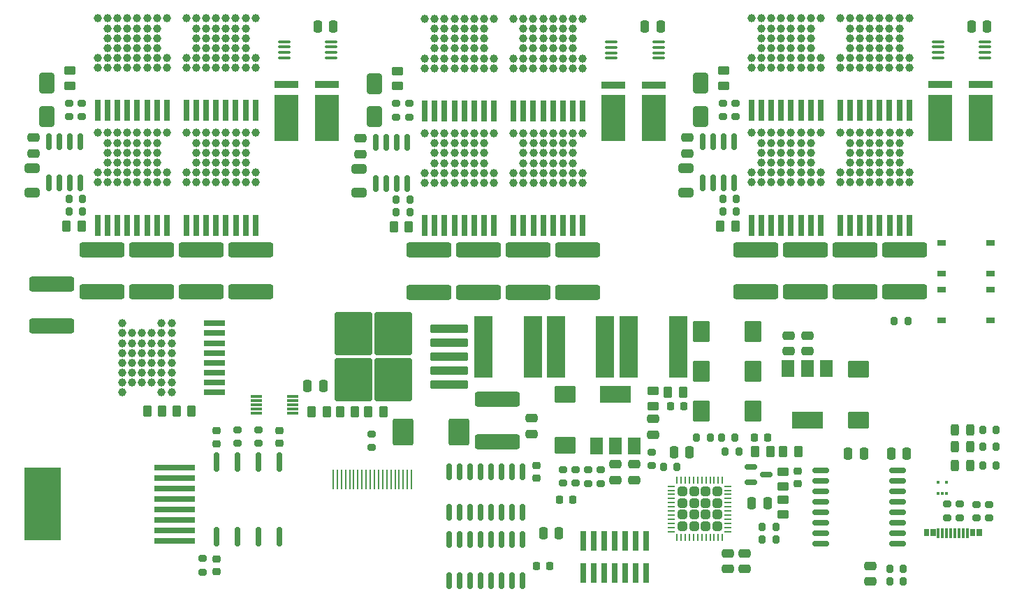
<source format=gbr>
%TF.GenerationSoftware,KiCad,Pcbnew,7.0.1*%
%TF.CreationDate,2023-07-16T00:00:57-05:00*%
%TF.ProjectId,Knockoff Inverter,4b6e6f63-6b6f-4666-9620-496e76657274,rev?*%
%TF.SameCoordinates,Original*%
%TF.FileFunction,Paste,Top*%
%TF.FilePolarity,Positive*%
%FSLAX46Y46*%
G04 Gerber Fmt 4.6, Leading zero omitted, Abs format (unit mm)*
G04 Created by KiCad (PCBNEW 7.0.1) date 2023-07-16 00:00:57*
%MOMM*%
%LPD*%
G01*
G04 APERTURE LIST*
G04 Aperture macros list*
%AMRoundRect*
0 Rectangle with rounded corners*
0 $1 Rounding radius*
0 $2 $3 $4 $5 $6 $7 $8 $9 X,Y pos of 4 corners*
0 Add a 4 corners polygon primitive as box body*
4,1,4,$2,$3,$4,$5,$6,$7,$8,$9,$2,$3,0*
0 Add four circle primitives for the rounded corners*
1,1,$1+$1,$2,$3*
1,1,$1+$1,$4,$5*
1,1,$1+$1,$6,$7*
1,1,$1+$1,$8,$9*
0 Add four rect primitives between the rounded corners*
20,1,$1+$1,$2,$3,$4,$5,0*
20,1,$1+$1,$4,$5,$6,$7,0*
20,1,$1+$1,$6,$7,$8,$9,0*
20,1,$1+$1,$8,$9,$2,$3,0*%
G04 Aperture macros list end*
%ADD10RoundRect,0.250000X-0.475000X0.250000X-0.475000X-0.250000X0.475000X-0.250000X0.475000X0.250000X0*%
%ADD11RoundRect,0.250000X0.262500X0.450000X-0.262500X0.450000X-0.262500X-0.450000X0.262500X-0.450000X0*%
%ADD12C,1.000000*%
%ADD13R,2.600000X0.700000*%
%ADD14RoundRect,0.250000X-0.262500X-0.450000X0.262500X-0.450000X0.262500X0.450000X-0.262500X0.450000X0*%
%ADD15R,1.400000X0.300000*%
%ADD16RoundRect,0.250000X-2.450000X0.650000X-2.450000X-0.650000X2.450000X-0.650000X2.450000X0.650000X0*%
%ADD17RoundRect,0.250000X-0.250000X-0.475000X0.250000X-0.475000X0.250000X0.475000X-0.250000X0.475000X0*%
%ADD18R,0.300000X0.450000*%
%ADD19RoundRect,0.100000X-0.637500X-0.100000X0.637500X-0.100000X0.637500X0.100000X-0.637500X0.100000X0*%
%ADD20RoundRect,0.150000X0.150000X-0.825000X0.150000X0.825000X-0.150000X0.825000X-0.150000X-0.825000X0*%
%ADD21R,1.500000X2.000000*%
%ADD22R,3.800000X2.000000*%
%ADD23RoundRect,0.250000X2.050000X0.300000X-2.050000X0.300000X-2.050000X-0.300000X2.050000X-0.300000X0*%
%ADD24RoundRect,0.250000X2.025000X2.375000X-2.025000X2.375000X-2.025000X-2.375000X2.025000X-2.375000X0*%
%ADD25RoundRect,0.150000X0.875000X0.150000X-0.875000X0.150000X-0.875000X-0.150000X0.875000X-0.150000X0*%
%ADD26RoundRect,0.150000X-0.150000X0.825000X-0.150000X-0.825000X0.150000X-0.825000X0.150000X0.825000X0*%
%ADD27RoundRect,0.162500X0.162500X-1.012500X0.162500X1.012500X-0.162500X1.012500X-0.162500X-1.012500X0*%
%ADD28RoundRect,0.250000X0.315000X0.315000X-0.315000X0.315000X-0.315000X-0.315000X0.315000X-0.315000X0*%
%ADD29RoundRect,0.062500X0.375000X0.062500X-0.375000X0.062500X-0.375000X-0.062500X0.375000X-0.062500X0*%
%ADD30RoundRect,0.062500X0.062500X0.375000X-0.062500X0.375000X-0.062500X-0.375000X0.062500X-0.375000X0*%
%ADD31RoundRect,0.150000X-0.587500X-0.150000X0.587500X-0.150000X0.587500X0.150000X-0.587500X0.150000X0*%
%ADD32R,1.000000X0.750000*%
%ADD33R,2.900000X5.600000*%
%ADD34R,2.900000X0.900000*%
%ADD35RoundRect,0.250000X0.450000X-0.262500X0.450000X0.262500X-0.450000X0.262500X-0.450000X-0.262500X0*%
%ADD36RoundRect,0.200000X-0.200000X-0.275000X0.200000X-0.275000X0.200000X0.275000X-0.200000X0.275000X0*%
%ADD37RoundRect,0.200000X0.275000X-0.200000X0.275000X0.200000X-0.275000X0.200000X-0.275000X-0.200000X0*%
%ADD38RoundRect,0.200000X-0.275000X0.200000X-0.275000X-0.200000X0.275000X-0.200000X0.275000X0.200000X0*%
%ADD39RoundRect,0.200000X0.200000X0.275000X-0.200000X0.275000X-0.200000X-0.275000X0.200000X-0.275000X0*%
%ADD40R,0.700000X2.600000*%
%ADD41R,2.200000X7.500000*%
%ADD42R,0.740000X2.400000*%
%ADD43R,5.000000X0.760000*%
%ADD44R,4.500000X8.800000*%
%ADD45R,0.300000X0.943000*%
%ADD46R,0.300000X1.150000*%
%ADD47R,0.280000X2.400000*%
%ADD48RoundRect,0.218750X-0.218750X-0.256250X0.218750X-0.256250X0.218750X0.256250X-0.218750X0.256250X0*%
%ADD49RoundRect,0.250000X0.650000X-1.000000X0.650000X1.000000X-0.650000X1.000000X-0.650000X-1.000000X0*%
%ADD50RoundRect,0.250000X-1.000000X1.400000X-1.000000X-1.400000X1.000000X-1.400000X1.000000X1.400000X0*%
%ADD51RoundRect,0.243750X-0.243750X-0.456250X0.243750X-0.456250X0.243750X0.456250X-0.243750X0.456250X0*%
%ADD52RoundRect,0.225000X0.250000X-0.225000X0.250000X0.225000X-0.250000X0.225000X-0.250000X-0.225000X0*%
%ADD53RoundRect,0.225000X-0.250000X0.225000X-0.250000X-0.225000X0.250000X-0.225000X0.250000X0.225000X0*%
%ADD54RoundRect,0.250000X0.250000X0.475000X-0.250000X0.475000X-0.250000X-0.475000X0.250000X-0.475000X0*%
%ADD55RoundRect,0.225000X-0.225000X-0.250000X0.225000X-0.250000X0.225000X0.250000X-0.225000X0.250000X0*%
%ADD56RoundRect,0.250000X0.475000X-0.250000X0.475000X0.250000X-0.475000X0.250000X-0.475000X-0.250000X0*%
%ADD57RoundRect,0.250000X-0.650000X0.325000X-0.650000X-0.325000X0.650000X-0.325000X0.650000X0.325000X0*%
%ADD58RoundRect,0.225000X0.225000X0.250000X-0.225000X0.250000X-0.225000X-0.250000X0.225000X-0.250000X0*%
%ADD59RoundRect,0.250000X-1.025000X0.787500X-1.025000X-0.787500X1.025000X-0.787500X1.025000X0.787500X0*%
%ADD60RoundRect,0.250000X1.025000X-0.787500X1.025000X0.787500X-1.025000X0.787500X-1.025000X-0.787500X0*%
%ADD61RoundRect,0.250000X-0.787500X-1.025000X0.787500X-1.025000X0.787500X1.025000X-0.787500X1.025000X0*%
%ADD62RoundRect,0.250000X2.450000X-0.650000X2.450000X0.650000X-2.450000X0.650000X-2.450000X-0.650000X0*%
G04 APERTURE END LIST*
D10*
%TO.C,C3*%
X171602400Y-90606800D03*
X171602400Y-92506800D03*
%TD*%
D11*
%TO.C,R54*%
X112061000Y-89662000D03*
X110236000Y-89662000D03*
%TD*%
D12*
%TO.C,Q7*%
X107192000Y-81420000D03*
D13*
X118372000Y-86220000D03*
D12*
X110792000Y-85020000D03*
X107192000Y-82620000D03*
X107192000Y-86220000D03*
X108392000Y-82620000D03*
X111992000Y-82620000D03*
X111992000Y-79020000D03*
X110792000Y-82620000D03*
X113192000Y-81420000D03*
D13*
X118372000Y-81420000D03*
D12*
X110792000Y-86220000D03*
X113192000Y-82620000D03*
X111992000Y-87420000D03*
X109592000Y-81420000D03*
X109592000Y-82620000D03*
X109592000Y-83820000D03*
X108392000Y-83820000D03*
X113192000Y-86220000D03*
X109592000Y-85020000D03*
X109592000Y-80220000D03*
X113192000Y-87420000D03*
X111992000Y-83820000D03*
X113192000Y-79020000D03*
D13*
X118372000Y-79020000D03*
D12*
X111992000Y-80220000D03*
X109592000Y-86220000D03*
X107192000Y-79020000D03*
X113192000Y-80220000D03*
D13*
X118372000Y-80220000D03*
D12*
X108392000Y-85020000D03*
X110792000Y-81420000D03*
X108392000Y-81420000D03*
X107192000Y-85020000D03*
X108392000Y-80220000D03*
D13*
X118372000Y-85020000D03*
X118372000Y-83820000D03*
D12*
X110792000Y-80220000D03*
X113192000Y-83820000D03*
X110792000Y-83820000D03*
D13*
X118372000Y-82620000D03*
D12*
X111992000Y-81420000D03*
D13*
X118372000Y-87420000D03*
D12*
X107192000Y-87420000D03*
X108392000Y-86220000D03*
X107192000Y-83820000D03*
X111992000Y-86220000D03*
X113192000Y-85020000D03*
X107192000Y-80220000D03*
X111992000Y-85020000D03*
%TD*%
D14*
%TO.C,R38*%
X130175000Y-89789000D03*
X132000000Y-89789000D03*
%TD*%
%TO.C,R39*%
X133604000Y-89789000D03*
X135429000Y-89789000D03*
%TD*%
%TO.C,R40*%
X137033000Y-89789000D03*
X138858000Y-89789000D03*
%TD*%
%TO.C,R41*%
X113792000Y-89662000D03*
X115617000Y-89662000D03*
%TD*%
D15*
%TO.C,U17*%
X127844000Y-89916000D03*
X127844000Y-89416000D03*
X127844000Y-88916000D03*
X127844000Y-88416000D03*
X127844000Y-87916000D03*
X123444000Y-87916000D03*
X123444000Y-88416000D03*
X123444000Y-88916000D03*
X123444000Y-89416000D03*
X123444000Y-89916000D03*
%TD*%
D16*
%TO.C,C25*%
X98679000Y-74275000D03*
X98679000Y-79375000D03*
%TD*%
D17*
%TO.C,C57*%
X129672000Y-86614000D03*
X131572000Y-86614000D03*
%TD*%
D18*
%TO.C,U16*%
X206129000Y-99695000D03*
X206629000Y-99695000D03*
X207129000Y-99695000D03*
X207129000Y-98295000D03*
X206129000Y-98295000D03*
%TD*%
D19*
%TO.C,U15*%
X206096950Y-44851800D03*
X206096950Y-45501800D03*
X206096950Y-46151800D03*
X206096950Y-46801800D03*
X211821950Y-46801800D03*
X211821950Y-46151800D03*
X211821950Y-45501800D03*
X211821950Y-44851800D03*
%TD*%
D20*
%TO.C,U14*%
X177565050Y-61976000D03*
X178835050Y-61976000D03*
X180105050Y-61976000D03*
X181375050Y-61976000D03*
X181375050Y-57026000D03*
X180105050Y-57026000D03*
X178835050Y-57026000D03*
X177565050Y-57026000D03*
%TD*%
D19*
%TO.C,U13*%
X166511050Y-44902600D03*
X166511050Y-45552600D03*
X166511050Y-46202600D03*
X166511050Y-46852600D03*
X172236050Y-46852600D03*
X172236050Y-46202600D03*
X172236050Y-45552600D03*
X172236050Y-44902600D03*
%TD*%
D20*
%TO.C,U12*%
X137979150Y-62026801D03*
X139249150Y-62026801D03*
X140519150Y-62026801D03*
X141789150Y-62026801D03*
X141789150Y-57076801D03*
X140519150Y-57076801D03*
X139249150Y-57076801D03*
X137979150Y-57076801D03*
%TD*%
D21*
%TO.C,U11*%
X192546000Y-84505000D03*
D22*
X190246000Y-90805000D03*
D21*
X190246000Y-84505000D03*
X187946000Y-84505000D03*
%TD*%
D23*
%TO.C,U10*%
X146806000Y-86477000D03*
X146806000Y-84777000D03*
X146806000Y-83077000D03*
X146806000Y-81377000D03*
X146806000Y-79677000D03*
D24*
X135231000Y-80302000D03*
X140081000Y-85852000D03*
X135231000Y-85852000D03*
X140081000Y-80302000D03*
%TD*%
D21*
%TO.C,U9*%
X164705000Y-93930000D03*
D22*
X167005000Y-87630000D03*
D21*
X167005000Y-93930000D03*
X169305000Y-93930000D03*
%TD*%
D19*
%TO.C,U8*%
X126848950Y-44851800D03*
X126848950Y-45501800D03*
X126848950Y-46151800D03*
X126848950Y-46801800D03*
X132573950Y-46801800D03*
X132573950Y-46151800D03*
X132573950Y-45501800D03*
X132573950Y-44851800D03*
%TD*%
D25*
%TO.C,U7*%
X201168000Y-105791000D03*
X201168000Y-104521000D03*
X201168000Y-103251000D03*
X201168000Y-101981000D03*
X201168000Y-100711000D03*
X201168000Y-99441000D03*
X201168000Y-98171000D03*
X201168000Y-96901000D03*
X191868000Y-96901000D03*
X191868000Y-98171000D03*
X191868000Y-99441000D03*
X191868000Y-100711000D03*
X191868000Y-101981000D03*
X191868000Y-103251000D03*
X191868000Y-104521000D03*
X191868000Y-105791000D03*
%TD*%
D20*
%TO.C,U6*%
X146812000Y-101978000D03*
X148082000Y-101978000D03*
X149352000Y-101978000D03*
X150622000Y-101978000D03*
X151892000Y-101978000D03*
X153162000Y-101978000D03*
X154432000Y-101978000D03*
X155702000Y-101978000D03*
X155702000Y-97028000D03*
X154432000Y-97028000D03*
X153162000Y-97028000D03*
X151892000Y-97028000D03*
X150622000Y-97028000D03*
X149352000Y-97028000D03*
X148082000Y-97028000D03*
X146812000Y-97028000D03*
%TD*%
D26*
%TO.C,U5*%
X155702000Y-105286000D03*
X154432000Y-105286000D03*
X153162000Y-105286000D03*
X151892000Y-105286000D03*
X150622000Y-105286000D03*
X149352000Y-105286000D03*
X148082000Y-105286000D03*
X146812000Y-105286000D03*
X146812000Y-110236000D03*
X148082000Y-110236000D03*
X149352000Y-110236000D03*
X150622000Y-110236000D03*
X151892000Y-110236000D03*
X153162000Y-110236000D03*
X154432000Y-110236000D03*
X155702000Y-110236000D03*
%TD*%
D27*
%TO.C,U4*%
X118618000Y-104902000D03*
X121158000Y-104902000D03*
X123698000Y-104902000D03*
X126238000Y-104902000D03*
X126238000Y-95852000D03*
X123698000Y-95852000D03*
X121158000Y-95852000D03*
X118618000Y-95852000D03*
%TD*%
D20*
%TO.C,U3*%
X98317050Y-61976001D03*
X99587050Y-61976001D03*
X100857050Y-61976001D03*
X102127050Y-61976001D03*
X102127050Y-57026001D03*
X100857050Y-57026001D03*
X99587050Y-57026001D03*
X98317050Y-57026001D03*
%TD*%
D28*
%TO.C,U2*%
X176524000Y-103632000D03*
X177924000Y-99432000D03*
X175124000Y-103632000D03*
X179324000Y-100832000D03*
X177924000Y-100832000D03*
X179324000Y-102232000D03*
X177924000Y-102232000D03*
X176524000Y-100832000D03*
X179324000Y-99432000D03*
X175124000Y-99432000D03*
X179324000Y-103632000D03*
X175124000Y-100832000D03*
X177924000Y-103632000D03*
X176524000Y-102232000D03*
X176524000Y-99432000D03*
X175124000Y-102232000D03*
D29*
X180661500Y-104282000D03*
X180661500Y-103782000D03*
X180661500Y-103282000D03*
X180661500Y-102782000D03*
X180661500Y-102282000D03*
X180661500Y-101782000D03*
X180661500Y-101282000D03*
X180661500Y-100782000D03*
X180661500Y-100282000D03*
X180661500Y-99782000D03*
X180661500Y-99282000D03*
X180661500Y-98782000D03*
D30*
X179974000Y-98094500D03*
X179474000Y-98094500D03*
X178974000Y-98094500D03*
X178474000Y-98094500D03*
X177974000Y-98094500D03*
X177474000Y-98094500D03*
X176974000Y-98094500D03*
X176474000Y-98094500D03*
X175974000Y-98094500D03*
X175474000Y-98094500D03*
X174974000Y-98094500D03*
X174474000Y-98094500D03*
D29*
X173786500Y-98782000D03*
X173786500Y-99282000D03*
X173786500Y-99782000D03*
X173786500Y-100282000D03*
X173786500Y-100782000D03*
X173786500Y-101282000D03*
X173786500Y-101782000D03*
X173786500Y-102282000D03*
X173786500Y-102782000D03*
X173786500Y-103282000D03*
X173786500Y-103782000D03*
X173786500Y-104282000D03*
D30*
X174474000Y-104969500D03*
X174974000Y-104969500D03*
X175474000Y-104969500D03*
X175974000Y-104969500D03*
X176474000Y-104969500D03*
X176974000Y-104969500D03*
X177474000Y-104969500D03*
X177974000Y-104969500D03*
X178474000Y-104969500D03*
X178974000Y-104969500D03*
X179474000Y-104969500D03*
X179974000Y-104969500D03*
%TD*%
D31*
%TO.C,U1*%
X183438800Y-96418400D03*
X183438800Y-98318400D03*
X185313800Y-97368400D03*
%TD*%
D32*
%TO.C,SW2*%
X212502000Y-78680000D03*
X206502000Y-78680000D03*
X212502000Y-74930000D03*
X206502000Y-74930000D03*
%TD*%
%TO.C,SW1*%
X206502000Y-69275000D03*
X212502000Y-69275000D03*
X206502000Y-73025000D03*
X212502000Y-73025000D03*
%TD*%
D33*
%TO.C,R63*%
X211243250Y-54088000D03*
D34*
X211243250Y-50038000D03*
X206343250Y-50038000D03*
D33*
X206343250Y-54088000D03*
%TD*%
%TO.C,R62*%
X171657350Y-54138800D03*
D34*
X171657350Y-50088800D03*
X166757350Y-50088800D03*
D33*
X166757350Y-54138800D03*
%TD*%
%TO.C,R61*%
X131995250Y-54088000D03*
D34*
X131995250Y-50038000D03*
X127095250Y-50038000D03*
D33*
X127095250Y-54088000D03*
%TD*%
D14*
%TO.C,R60*%
X179698650Y-67259200D03*
X181523650Y-67259200D03*
%TD*%
%TO.C,R59*%
X140112750Y-67310000D03*
X141937750Y-67310000D03*
%TD*%
%TO.C,R58*%
X100450650Y-67259200D03*
X102275650Y-67259200D03*
%TD*%
D35*
%TO.C,R57*%
X180155850Y-50190400D03*
X180155850Y-48365400D03*
%TD*%
%TO.C,R56*%
X140569950Y-50241200D03*
X140569950Y-48416200D03*
%TD*%
%TO.C,R55*%
X100907850Y-50190400D03*
X100907850Y-48365400D03*
%TD*%
D36*
%TO.C,R53*%
X180003450Y-65481200D03*
X181653450Y-65481200D03*
%TD*%
%TO.C,R52*%
X140417550Y-65532000D03*
X142067550Y-65532000D03*
%TD*%
%TO.C,R51*%
X100755450Y-65481200D03*
X102405450Y-65481200D03*
%TD*%
D37*
%TO.C,R50*%
X180003450Y-53949600D03*
X180003450Y-52299600D03*
%TD*%
%TO.C,R49*%
X140417550Y-54000400D03*
X140417550Y-52350400D03*
%TD*%
%TO.C,R48*%
X100755450Y-53949600D03*
X100755450Y-52299600D03*
%TD*%
%TO.C,R47*%
X181578250Y-53949600D03*
X181578250Y-52299600D03*
%TD*%
%TO.C,R46*%
X141992350Y-54000400D03*
X141992350Y-52350400D03*
%TD*%
%TO.C,R45*%
X102330250Y-53949600D03*
X102330250Y-52299600D03*
%TD*%
D36*
%TO.C,R44*%
X180003450Y-63957200D03*
X181653450Y-63957200D03*
%TD*%
%TO.C,R43*%
X140417550Y-64008000D03*
X142067550Y-64008000D03*
%TD*%
%TO.C,R42*%
X100755450Y-63957200D03*
X102405450Y-63957200D03*
%TD*%
%TO.C,R37*%
X200250000Y-110304000D03*
X201900000Y-110304000D03*
%TD*%
%TO.C,R36*%
X200250000Y-108810000D03*
X201900000Y-108810000D03*
%TD*%
D38*
%TO.C,R35*%
X210791000Y-101006500D03*
X210791000Y-102656500D03*
%TD*%
%TO.C,R34*%
X212315000Y-101006500D03*
X212315000Y-102656500D03*
%TD*%
D11*
%TO.C,R31*%
X185762600Y-94589600D03*
X183937600Y-94589600D03*
%TD*%
%TO.C,R30*%
X189166200Y-94589600D03*
X187341200Y-94589600D03*
%TD*%
D35*
%TO.C,R27*%
X187325000Y-98829500D03*
X187325000Y-97004500D03*
%TD*%
%TO.C,R26*%
X187325000Y-102233100D03*
X187325000Y-100408100D03*
%TD*%
D36*
%TO.C,R25*%
X179832000Y-92913200D03*
X181482000Y-92913200D03*
%TD*%
%TO.C,R24*%
X176821500Y-92884000D03*
X178471500Y-92884000D03*
%TD*%
%TO.C,R23*%
X172809400Y-96418400D03*
X174459400Y-96418400D03*
%TD*%
D38*
%TO.C,R22*%
X171368400Y-94627100D03*
X171368400Y-96277100D03*
%TD*%
D37*
%TO.C,R21*%
X162153600Y-98424000D03*
X162153600Y-96774000D03*
%TD*%
D38*
%TO.C,R20*%
X160629600Y-96749600D03*
X160629600Y-98399600D03*
%TD*%
%TO.C,R19*%
X163677600Y-96801500D03*
X163677600Y-98451500D03*
%TD*%
D37*
%TO.C,R18*%
X165233200Y-98450400D03*
X165233200Y-96800400D03*
%TD*%
D14*
%TO.C,R17*%
X173380400Y-87376000D03*
X175205400Y-87376000D03*
%TD*%
D35*
%TO.C,R16*%
X171598600Y-89048600D03*
X171598600Y-87223600D03*
%TD*%
D39*
%TO.C,R14*%
X213153500Y-96266000D03*
X211503500Y-96266000D03*
%TD*%
%TO.C,R13*%
X213153500Y-91948000D03*
X211503500Y-91948000D03*
%TD*%
%TO.C,R12*%
X213153500Y-93980000D03*
X211503500Y-93980000D03*
%TD*%
D36*
%TO.C,R11*%
X184786000Y-105283000D03*
X186436000Y-105283000D03*
%TD*%
D39*
%TO.C,R10*%
X186436000Y-103759000D03*
X184786000Y-103759000D03*
%TD*%
D38*
%TO.C,R9*%
X207171000Y-100943500D03*
X207171000Y-102593500D03*
%TD*%
%TO.C,R7*%
X137414000Y-92457000D03*
X137414000Y-94107000D03*
%TD*%
D37*
%TO.C,R6*%
X208695000Y-102593500D03*
X208695000Y-100943500D03*
%TD*%
D38*
%TO.C,R5*%
X123698000Y-91949000D03*
X123698000Y-93599000D03*
%TD*%
D37*
%TO.C,R4*%
X121158000Y-93599000D03*
X121158000Y-91949000D03*
%TD*%
D36*
%TO.C,R3*%
X180315600Y-94538800D03*
X181965600Y-94538800D03*
%TD*%
D39*
%TO.C,R2*%
X202437000Y-78740000D03*
X200787000Y-78740000D03*
%TD*%
D38*
%TO.C,R1*%
X116967000Y-107569000D03*
X116967000Y-109219000D03*
%TD*%
D40*
%TO.C,Q13*%
X194234250Y-67108000D03*
X195434250Y-67108000D03*
X196634250Y-67108000D03*
X197834250Y-67108000D03*
X199034250Y-67108000D03*
X200234250Y-67108000D03*
X201434250Y-67108000D03*
X202634250Y-67108000D03*
D12*
X194234250Y-61928000D03*
X195434250Y-61928000D03*
X196634250Y-61928000D03*
X197834250Y-61928000D03*
X199034250Y-61928000D03*
X200234250Y-61928000D03*
X201434250Y-61928000D03*
X202634250Y-61928000D03*
X194234250Y-60728000D03*
X195434250Y-60728000D03*
X196634250Y-60728000D03*
X197834250Y-60728000D03*
X199034250Y-60728000D03*
X200234250Y-60728000D03*
X201434250Y-60728000D03*
X202634250Y-60728000D03*
X195434250Y-59528000D03*
X196634250Y-59528000D03*
X197834250Y-59528000D03*
X199034250Y-59528000D03*
X200234250Y-59528000D03*
X201434250Y-59528000D03*
X195434250Y-58328000D03*
X196634250Y-58328000D03*
X197834250Y-58328000D03*
X199034250Y-58328000D03*
X200234250Y-58328000D03*
X201434250Y-58328000D03*
X195434250Y-57128000D03*
X196634250Y-57128000D03*
X197834250Y-57128000D03*
X199034250Y-57128000D03*
X200234250Y-57128000D03*
X201434250Y-57128000D03*
X194234250Y-55928000D03*
X195434250Y-55928000D03*
X196634250Y-55928000D03*
X197834250Y-55928000D03*
X199034250Y-55928000D03*
X200234250Y-55928000D03*
X201434250Y-55928000D03*
X202634250Y-55928000D03*
%TD*%
D40*
%TO.C,Q12*%
X154648350Y-67158800D03*
X155848350Y-67158800D03*
X157048350Y-67158800D03*
X158248350Y-67158800D03*
X159448350Y-67158800D03*
X160648350Y-67158800D03*
X161848350Y-67158800D03*
X163048350Y-67158800D03*
D12*
X154648350Y-61978800D03*
X155848350Y-61978800D03*
X157048350Y-61978800D03*
X158248350Y-61978800D03*
X159448350Y-61978800D03*
X160648350Y-61978800D03*
X161848350Y-61978800D03*
X163048350Y-61978800D03*
X154648350Y-60778800D03*
X155848350Y-60778800D03*
X157048350Y-60778800D03*
X158248350Y-60778800D03*
X159448350Y-60778800D03*
X160648350Y-60778800D03*
X161848350Y-60778800D03*
X163048350Y-60778800D03*
X155848350Y-59578800D03*
X157048350Y-59578800D03*
X158248350Y-59578800D03*
X159448350Y-59578800D03*
X160648350Y-59578800D03*
X161848350Y-59578800D03*
X155848350Y-58378800D03*
X157048350Y-58378800D03*
X158248350Y-58378800D03*
X159448350Y-58378800D03*
X160648350Y-58378800D03*
X161848350Y-58378800D03*
X155848350Y-57178800D03*
X157048350Y-57178800D03*
X158248350Y-57178800D03*
X159448350Y-57178800D03*
X160648350Y-57178800D03*
X161848350Y-57178800D03*
X154648350Y-55978800D03*
X155848350Y-55978800D03*
X157048350Y-55978800D03*
X158248350Y-55978800D03*
X159448350Y-55978800D03*
X160648350Y-55978800D03*
X161848350Y-55978800D03*
X163048350Y-55978800D03*
%TD*%
D40*
%TO.C,Q11*%
X114986250Y-67108000D03*
X116186250Y-67108000D03*
X117386250Y-67108000D03*
X118586250Y-67108000D03*
X119786250Y-67108000D03*
X120986250Y-67108000D03*
X122186250Y-67108000D03*
X123386250Y-67108000D03*
D12*
X114986250Y-61928000D03*
X116186250Y-61928000D03*
X117386250Y-61928000D03*
X118586250Y-61928000D03*
X119786250Y-61928000D03*
X120986250Y-61928000D03*
X122186250Y-61928000D03*
X123386250Y-61928000D03*
X114986250Y-60728000D03*
X116186250Y-60728000D03*
X117386250Y-60728000D03*
X118586250Y-60728000D03*
X119786250Y-60728000D03*
X120986250Y-60728000D03*
X122186250Y-60728000D03*
X123386250Y-60728000D03*
X116186250Y-59528000D03*
X117386250Y-59528000D03*
X118586250Y-59528000D03*
X119786250Y-59528000D03*
X120986250Y-59528000D03*
X122186250Y-59528000D03*
X116186250Y-58328000D03*
X117386250Y-58328000D03*
X118586250Y-58328000D03*
X119786250Y-58328000D03*
X120986250Y-58328000D03*
X122186250Y-58328000D03*
X116186250Y-57128000D03*
X117386250Y-57128000D03*
X118586250Y-57128000D03*
X119786250Y-57128000D03*
X120986250Y-57128000D03*
X122186250Y-57128000D03*
X114986250Y-55928000D03*
X116186250Y-55928000D03*
X117386250Y-55928000D03*
X118586250Y-55928000D03*
X119786250Y-55928000D03*
X120986250Y-55928000D03*
X122186250Y-55928000D03*
X123386250Y-55928000D03*
%TD*%
D40*
%TO.C,Q10*%
X183476250Y-67108000D03*
X184676250Y-67108000D03*
X185876250Y-67108000D03*
X187076250Y-67108000D03*
X188276250Y-67108000D03*
X189476250Y-67108000D03*
X190676250Y-67108000D03*
X191876250Y-67108000D03*
D12*
X183476250Y-61928000D03*
X184676250Y-61928000D03*
X185876250Y-61928000D03*
X187076250Y-61928000D03*
X188276250Y-61928000D03*
X189476250Y-61928000D03*
X190676250Y-61928000D03*
X191876250Y-61928000D03*
X183476250Y-60728000D03*
X184676250Y-60728000D03*
X185876250Y-60728000D03*
X187076250Y-60728000D03*
X188276250Y-60728000D03*
X189476250Y-60728000D03*
X190676250Y-60728000D03*
X191876250Y-60728000D03*
X184676250Y-59528000D03*
X185876250Y-59528000D03*
X187076250Y-59528000D03*
X188276250Y-59528000D03*
X189476250Y-59528000D03*
X190676250Y-59528000D03*
X184676250Y-58328000D03*
X185876250Y-58328000D03*
X187076250Y-58328000D03*
X188276250Y-58328000D03*
X189476250Y-58328000D03*
X190676250Y-58328000D03*
X184676250Y-57128000D03*
X185876250Y-57128000D03*
X187076250Y-57128000D03*
X188276250Y-57128000D03*
X189476250Y-57128000D03*
X190676250Y-57128000D03*
X183476250Y-55928000D03*
X184676250Y-55928000D03*
X185876250Y-55928000D03*
X187076250Y-55928000D03*
X188276250Y-55928000D03*
X189476250Y-55928000D03*
X190676250Y-55928000D03*
X191876250Y-55928000D03*
%TD*%
D40*
%TO.C,Q9*%
X143890350Y-67158800D03*
X145090350Y-67158800D03*
X146290350Y-67158800D03*
X147490350Y-67158800D03*
X148690350Y-67158800D03*
X149890350Y-67158800D03*
X151090350Y-67158800D03*
X152290350Y-67158800D03*
D12*
X143890350Y-61978800D03*
X145090350Y-61978800D03*
X146290350Y-61978800D03*
X147490350Y-61978800D03*
X148690350Y-61978800D03*
X149890350Y-61978800D03*
X151090350Y-61978800D03*
X152290350Y-61978800D03*
X143890350Y-60778800D03*
X145090350Y-60778800D03*
X146290350Y-60778800D03*
X147490350Y-60778800D03*
X148690350Y-60778800D03*
X149890350Y-60778800D03*
X151090350Y-60778800D03*
X152290350Y-60778800D03*
X145090350Y-59578800D03*
X146290350Y-59578800D03*
X147490350Y-59578800D03*
X148690350Y-59578800D03*
X149890350Y-59578800D03*
X151090350Y-59578800D03*
X145090350Y-58378800D03*
X146290350Y-58378800D03*
X147490350Y-58378800D03*
X148690350Y-58378800D03*
X149890350Y-58378800D03*
X151090350Y-58378800D03*
X145090350Y-57178800D03*
X146290350Y-57178800D03*
X147490350Y-57178800D03*
X148690350Y-57178800D03*
X149890350Y-57178800D03*
X151090350Y-57178800D03*
X143890350Y-55978800D03*
X145090350Y-55978800D03*
X146290350Y-55978800D03*
X147490350Y-55978800D03*
X148690350Y-55978800D03*
X149890350Y-55978800D03*
X151090350Y-55978800D03*
X152290350Y-55978800D03*
%TD*%
D40*
%TO.C,Q8*%
X104228250Y-67108000D03*
X105428250Y-67108000D03*
X106628250Y-67108000D03*
X107828250Y-67108000D03*
X109028250Y-67108000D03*
X110228250Y-67108000D03*
X111428250Y-67108000D03*
X112628250Y-67108000D03*
D12*
X104228250Y-61928000D03*
X105428250Y-61928000D03*
X106628250Y-61928000D03*
X107828250Y-61928000D03*
X109028250Y-61928000D03*
X110228250Y-61928000D03*
X111428250Y-61928000D03*
X112628250Y-61928000D03*
X104228250Y-60728000D03*
X105428250Y-60728000D03*
X106628250Y-60728000D03*
X107828250Y-60728000D03*
X109028250Y-60728000D03*
X110228250Y-60728000D03*
X111428250Y-60728000D03*
X112628250Y-60728000D03*
X105428250Y-59528000D03*
X106628250Y-59528000D03*
X107828250Y-59528000D03*
X109028250Y-59528000D03*
X110228250Y-59528000D03*
X111428250Y-59528000D03*
X105428250Y-58328000D03*
X106628250Y-58328000D03*
X107828250Y-58328000D03*
X109028250Y-58328000D03*
X110228250Y-58328000D03*
X111428250Y-58328000D03*
X105428250Y-57128000D03*
X106628250Y-57128000D03*
X107828250Y-57128000D03*
X109028250Y-57128000D03*
X110228250Y-57128000D03*
X111428250Y-57128000D03*
X104228250Y-55928000D03*
X105428250Y-55928000D03*
X106628250Y-55928000D03*
X107828250Y-55928000D03*
X109028250Y-55928000D03*
X110228250Y-55928000D03*
X111428250Y-55928000D03*
X112628250Y-55928000D03*
%TD*%
%TO.C,Q6*%
X200221250Y-42033000D03*
D40*
X195421250Y-53213000D03*
D12*
X196621250Y-45633000D03*
X199021250Y-42033000D03*
X195421250Y-42033000D03*
X199021250Y-43233000D03*
X199021250Y-46833000D03*
X202621250Y-46833000D03*
X199021250Y-45633000D03*
X200221250Y-48033000D03*
D40*
X200221250Y-53213000D03*
D12*
X195421250Y-45633000D03*
X199021250Y-48033000D03*
X194221250Y-46833000D03*
X200221250Y-44433000D03*
X199021250Y-44433000D03*
X197821250Y-44433000D03*
X197821250Y-43233000D03*
X195421250Y-48033000D03*
X196621250Y-44433000D03*
X201421250Y-44433000D03*
X194221250Y-48033000D03*
X197821250Y-46833000D03*
X202621250Y-48033000D03*
D40*
X202621250Y-53213000D03*
D12*
X201421250Y-46833000D03*
X195421250Y-44433000D03*
X202621250Y-42033000D03*
X201421250Y-48033000D03*
D40*
X201421250Y-53213000D03*
D12*
X196621250Y-43233000D03*
X200221250Y-45633000D03*
X200221250Y-43233000D03*
X196621250Y-42033000D03*
X201421250Y-43233000D03*
D40*
X196621250Y-53213000D03*
X197821250Y-53213000D03*
D12*
X201421250Y-45633000D03*
X197821250Y-48033000D03*
X197821250Y-45633000D03*
D40*
X199021250Y-53213000D03*
D12*
X200221250Y-46833000D03*
D40*
X194221250Y-53213000D03*
D12*
X194221250Y-42033000D03*
X195421250Y-43233000D03*
X197821250Y-42033000D03*
X195421250Y-46833000D03*
X196621250Y-48033000D03*
X201421250Y-42033000D03*
X196621250Y-46833000D03*
%TD*%
%TO.C,Q5*%
X160635350Y-42083800D03*
D40*
X155835350Y-53263800D03*
D12*
X157035350Y-45683800D03*
X159435350Y-42083800D03*
X155835350Y-42083800D03*
X159435350Y-43283800D03*
X159435350Y-46883800D03*
X163035350Y-46883800D03*
X159435350Y-45683800D03*
X160635350Y-48083800D03*
D40*
X160635350Y-53263800D03*
D12*
X155835350Y-45683800D03*
X159435350Y-48083800D03*
X154635350Y-46883800D03*
X160635350Y-44483800D03*
X159435350Y-44483800D03*
X158235350Y-44483800D03*
X158235350Y-43283800D03*
X155835350Y-48083800D03*
X157035350Y-44483800D03*
X161835350Y-44483800D03*
X154635350Y-48083800D03*
X158235350Y-46883800D03*
X163035350Y-48083800D03*
D40*
X163035350Y-53263800D03*
D12*
X161835350Y-46883800D03*
X155835350Y-44483800D03*
X163035350Y-42083800D03*
X161835350Y-48083800D03*
D40*
X161835350Y-53263800D03*
D12*
X157035350Y-43283800D03*
X160635350Y-45683800D03*
X160635350Y-43283800D03*
X157035350Y-42083800D03*
X161835350Y-43283800D03*
D40*
X157035350Y-53263800D03*
X158235350Y-53263800D03*
D12*
X161835350Y-45683800D03*
X158235350Y-48083800D03*
X158235350Y-45683800D03*
D40*
X159435350Y-53263800D03*
D12*
X160635350Y-46883800D03*
D40*
X154635350Y-53263800D03*
D12*
X154635350Y-42083800D03*
X155835350Y-43283800D03*
X158235350Y-42083800D03*
X155835350Y-46883800D03*
X157035350Y-48083800D03*
X161835350Y-42083800D03*
X157035350Y-46883800D03*
%TD*%
%TO.C,Q4*%
X120973250Y-42033000D03*
D40*
X116173250Y-53213000D03*
D12*
X117373250Y-45633000D03*
X119773250Y-42033000D03*
X116173250Y-42033000D03*
X119773250Y-43233000D03*
X119773250Y-46833000D03*
X123373250Y-46833000D03*
X119773250Y-45633000D03*
X120973250Y-48033000D03*
D40*
X120973250Y-53213000D03*
D12*
X116173250Y-45633000D03*
X119773250Y-48033000D03*
X114973250Y-46833000D03*
X120973250Y-44433000D03*
X119773250Y-44433000D03*
X118573250Y-44433000D03*
X118573250Y-43233000D03*
X116173250Y-48033000D03*
X117373250Y-44433000D03*
X122173250Y-44433000D03*
X114973250Y-48033000D03*
X118573250Y-46833000D03*
X123373250Y-48033000D03*
D40*
X123373250Y-53213000D03*
D12*
X122173250Y-46833000D03*
X116173250Y-44433000D03*
X123373250Y-42033000D03*
X122173250Y-48033000D03*
D40*
X122173250Y-53213000D03*
D12*
X117373250Y-43233000D03*
X120973250Y-45633000D03*
X120973250Y-43233000D03*
X117373250Y-42033000D03*
X122173250Y-43233000D03*
D40*
X117373250Y-53213000D03*
X118573250Y-53213000D03*
D12*
X122173250Y-45633000D03*
X118573250Y-48033000D03*
X118573250Y-45633000D03*
D40*
X119773250Y-53213000D03*
D12*
X120973250Y-46833000D03*
D40*
X114973250Y-53213000D03*
D12*
X114973250Y-42033000D03*
X116173250Y-43233000D03*
X118573250Y-42033000D03*
X116173250Y-46833000D03*
X117373250Y-48033000D03*
X122173250Y-42033000D03*
X117373250Y-46833000D03*
%TD*%
%TO.C,Q3*%
X189476250Y-42033000D03*
D40*
X184676250Y-53213000D03*
D12*
X185876250Y-45633000D03*
X188276250Y-42033000D03*
X184676250Y-42033000D03*
X188276250Y-43233000D03*
X188276250Y-46833000D03*
X191876250Y-46833000D03*
X188276250Y-45633000D03*
X189476250Y-48033000D03*
D40*
X189476250Y-53213000D03*
D12*
X184676250Y-45633000D03*
X188276250Y-48033000D03*
X183476250Y-46833000D03*
X189476250Y-44433000D03*
X188276250Y-44433000D03*
X187076250Y-44433000D03*
X187076250Y-43233000D03*
X184676250Y-48033000D03*
X185876250Y-44433000D03*
X190676250Y-44433000D03*
X183476250Y-48033000D03*
X187076250Y-46833000D03*
X191876250Y-48033000D03*
D40*
X191876250Y-53213000D03*
D12*
X190676250Y-46833000D03*
X184676250Y-44433000D03*
X191876250Y-42033000D03*
X190676250Y-48033000D03*
D40*
X190676250Y-53213000D03*
D12*
X185876250Y-43233000D03*
X189476250Y-45633000D03*
X189476250Y-43233000D03*
X185876250Y-42033000D03*
X190676250Y-43233000D03*
D40*
X185876250Y-53213000D03*
X187076250Y-53213000D03*
D12*
X190676250Y-45633000D03*
X187076250Y-48033000D03*
X187076250Y-45633000D03*
D40*
X188276250Y-53213000D03*
D12*
X189476250Y-46833000D03*
D40*
X183476250Y-53213000D03*
D12*
X183476250Y-42033000D03*
X184676250Y-43233000D03*
X187076250Y-42033000D03*
X184676250Y-46833000D03*
X185876250Y-48033000D03*
X190676250Y-42033000D03*
X185876250Y-46833000D03*
%TD*%
%TO.C,Q2*%
X149890350Y-42083800D03*
D40*
X145090350Y-53263800D03*
D12*
X146290350Y-45683800D03*
X148690350Y-42083800D03*
X145090350Y-42083800D03*
X148690350Y-43283800D03*
X148690350Y-46883800D03*
X152290350Y-46883800D03*
X148690350Y-45683800D03*
X149890350Y-48083800D03*
D40*
X149890350Y-53263800D03*
D12*
X145090350Y-45683800D03*
X148690350Y-48083800D03*
X143890350Y-46883800D03*
X149890350Y-44483800D03*
X148690350Y-44483800D03*
X147490350Y-44483800D03*
X147490350Y-43283800D03*
X145090350Y-48083800D03*
X146290350Y-44483800D03*
X151090350Y-44483800D03*
X143890350Y-48083800D03*
X147490350Y-46883800D03*
X152290350Y-48083800D03*
D40*
X152290350Y-53263800D03*
D12*
X151090350Y-46883800D03*
X145090350Y-44483800D03*
X152290350Y-42083800D03*
X151090350Y-48083800D03*
D40*
X151090350Y-53263800D03*
D12*
X146290350Y-43283800D03*
X149890350Y-45683800D03*
X149890350Y-43283800D03*
X146290350Y-42083800D03*
X151090350Y-43283800D03*
D40*
X146290350Y-53263800D03*
X147490350Y-53263800D03*
D12*
X151090350Y-45683800D03*
X147490350Y-48083800D03*
X147490350Y-45683800D03*
D40*
X148690350Y-53263800D03*
D12*
X149890350Y-46883800D03*
D40*
X143890350Y-53263800D03*
D12*
X143890350Y-42083800D03*
X145090350Y-43283800D03*
X147490350Y-42083800D03*
X145090350Y-46883800D03*
X146290350Y-48083800D03*
X151090350Y-42083800D03*
X146290350Y-46883800D03*
%TD*%
%TO.C,Q1*%
X110228250Y-42033000D03*
D40*
X105428250Y-53213000D03*
D12*
X106628250Y-45633000D03*
X109028250Y-42033000D03*
X105428250Y-42033000D03*
X109028250Y-43233000D03*
X109028250Y-46833000D03*
X112628250Y-46833000D03*
X109028250Y-45633000D03*
X110228250Y-48033000D03*
D40*
X110228250Y-53213000D03*
D12*
X105428250Y-45633000D03*
X109028250Y-48033000D03*
X104228250Y-46833000D03*
X110228250Y-44433000D03*
X109028250Y-44433000D03*
X107828250Y-44433000D03*
X107828250Y-43233000D03*
X105428250Y-48033000D03*
X106628250Y-44433000D03*
X111428250Y-44433000D03*
X104228250Y-48033000D03*
X107828250Y-46833000D03*
X112628250Y-48033000D03*
D40*
X112628250Y-53213000D03*
D12*
X111428250Y-46833000D03*
X105428250Y-44433000D03*
X112628250Y-42033000D03*
X111428250Y-48033000D03*
D40*
X111428250Y-53213000D03*
D12*
X106628250Y-43233000D03*
X110228250Y-45633000D03*
X110228250Y-43233000D03*
X106628250Y-42033000D03*
X111428250Y-43233000D03*
D40*
X106628250Y-53213000D03*
X107828250Y-53213000D03*
D12*
X111428250Y-45633000D03*
X107828250Y-48033000D03*
X107828250Y-45633000D03*
D40*
X109028250Y-53213000D03*
D12*
X110228250Y-46833000D03*
D40*
X104228250Y-53213000D03*
D12*
X104228250Y-42033000D03*
X105428250Y-43233000D03*
X107828250Y-42033000D03*
X105428250Y-46833000D03*
X106628250Y-48033000D03*
X111428250Y-42033000D03*
X106628250Y-46833000D03*
%TD*%
D41*
%TO.C,L3*%
X168625000Y-81915000D03*
X174625000Y-81915000D03*
%TD*%
%TO.C,L2*%
X159766000Y-81915000D03*
X165766000Y-81915000D03*
%TD*%
%TO.C,L1*%
X150972000Y-81915000D03*
X156972000Y-81915000D03*
%TD*%
D42*
%TO.C,J9*%
X163068000Y-109310000D03*
X163068000Y-105410000D03*
X164338000Y-109310000D03*
X164338000Y-105410000D03*
X165608000Y-109310000D03*
X165608000Y-105410000D03*
X166878000Y-109310000D03*
X166878000Y-105410000D03*
X168148000Y-109310000D03*
X168148000Y-105410000D03*
X169418000Y-109310000D03*
X169418000Y-105410000D03*
X170688000Y-109310000D03*
X170688000Y-105410000D03*
%TD*%
D43*
%TO.C,J6*%
X113538000Y-96520000D03*
X113538000Y-97790000D03*
X113538000Y-99060000D03*
X113538000Y-100330000D03*
X113538000Y-101600000D03*
X113538000Y-102870000D03*
X113538000Y-104140000D03*
X113538000Y-105410000D03*
D44*
X97608000Y-100965000D03*
%TD*%
D45*
%TO.C,J2*%
X204547000Y-104371500D03*
X205347000Y-104371500D03*
D46*
X206647000Y-104475000D03*
X207647000Y-104475000D03*
X208147000Y-104475000D03*
X209147000Y-104475000D03*
D45*
X210447000Y-104371500D03*
X211247000Y-104371500D03*
X210947000Y-104371500D03*
X210147000Y-104371500D03*
D46*
X209647000Y-104475000D03*
X208647000Y-104475000D03*
X207147000Y-104475000D03*
X206147000Y-104475000D03*
D45*
X205647000Y-104371500D03*
X204847000Y-104371500D03*
%TD*%
D47*
%TO.C,J1*%
X142284000Y-97984000D03*
X141784000Y-97984000D03*
X141284000Y-97984000D03*
X140784000Y-97984000D03*
X140284000Y-97984000D03*
X139784000Y-97984000D03*
X139284000Y-97984000D03*
X138784000Y-97984000D03*
X138284000Y-97984000D03*
X137784000Y-97984000D03*
X137284000Y-97984000D03*
X136784000Y-97984000D03*
X136284000Y-97984000D03*
X135784000Y-97984000D03*
X135284000Y-97984000D03*
X134784000Y-97984000D03*
X134284000Y-97984000D03*
X133784000Y-97984000D03*
X133284000Y-97984000D03*
X132784000Y-97984000D03*
%TD*%
D48*
%TO.C,FB1*%
X160223000Y-100457000D03*
X161798000Y-100457000D03*
%TD*%
D49*
%TO.C,D7*%
X177361850Y-53898800D03*
X177361850Y-49898800D03*
%TD*%
%TO.C,D6*%
X137775950Y-53949600D03*
X137775950Y-49949600D03*
%TD*%
D50*
%TO.C,D5*%
X148024000Y-92202000D03*
X141224000Y-92202000D03*
%TD*%
D51*
%TO.C,D4*%
X208104500Y-96266000D03*
X209979500Y-96266000D03*
%TD*%
%TO.C,D3*%
X208104500Y-93980000D03*
X209979500Y-93980000D03*
%TD*%
%TO.C,D2*%
X208104500Y-91948000D03*
X209979500Y-91948000D03*
%TD*%
D49*
%TO.C,D1*%
X98113850Y-53898800D03*
X98113850Y-49898800D03*
%TD*%
D52*
%TO.C,C66*%
X118618000Y-93624400D03*
X118618000Y-92074400D03*
%TD*%
D53*
%TO.C,C65*%
X118618000Y-107619200D03*
X118618000Y-109169200D03*
%TD*%
D16*
%TO.C,C64*%
X183991250Y-70084000D03*
X183991250Y-75184000D03*
%TD*%
%TO.C,C63*%
X189985650Y-70084000D03*
X189985650Y-75184000D03*
%TD*%
%TO.C,C62*%
X144405351Y-70134800D03*
X144405351Y-75234800D03*
%TD*%
%TO.C,C61*%
X150399750Y-70134800D03*
X150399750Y-75234800D03*
%TD*%
%TO.C,C60*%
X104743251Y-70084000D03*
X104743251Y-75184000D03*
%TD*%
%TO.C,C59*%
X110737650Y-70084000D03*
X110737650Y-75184000D03*
%TD*%
D54*
%TO.C,C55*%
X212058250Y-43002200D03*
X210158250Y-43002200D03*
%TD*%
D55*
%TO.C,C54*%
X183883000Y-92862400D03*
X185433000Y-92862400D03*
%TD*%
D16*
%TO.C,C53*%
X196030850Y-70084000D03*
X196030850Y-75184000D03*
%TD*%
D56*
%TO.C,C52*%
X175685450Y-58420000D03*
X175685450Y-56520000D03*
%TD*%
D16*
%TO.C,C51*%
X202025250Y-70084000D03*
X202025250Y-75184000D03*
%TD*%
D57*
%TO.C,C49*%
X175533050Y-60198000D03*
X175533050Y-63148000D03*
%TD*%
D54*
%TO.C,C47*%
X172472350Y-43053000D03*
X170572350Y-43053000D03*
%TD*%
D53*
%TO.C,C46*%
X189052200Y-96949900D03*
X189052200Y-98499900D03*
%TD*%
D16*
%TO.C,C45*%
X156444950Y-70134800D03*
X156444950Y-75234800D03*
%TD*%
D56*
%TO.C,C44*%
X136099550Y-58470801D03*
X136099550Y-56570801D03*
%TD*%
D16*
%TO.C,C43*%
X162439350Y-70134800D03*
X162439350Y-75234800D03*
%TD*%
D57*
%TO.C,C41*%
X135947150Y-60248801D03*
X135947150Y-63198801D03*
%TD*%
D58*
%TO.C,C40*%
X175260000Y-89103200D03*
X173710000Y-89103200D03*
%TD*%
D59*
%TO.C,C39*%
X160909000Y-87628000D03*
X160909000Y-93853000D03*
%TD*%
D60*
%TO.C,C38*%
X196469000Y-90805000D03*
X196469000Y-84580000D03*
%TD*%
D61*
%TO.C,C37*%
X177417000Y-89662000D03*
X183642000Y-89662000D03*
%TD*%
%TO.C,C36*%
X177417000Y-84836000D03*
X183642000Y-84836000D03*
%TD*%
%TO.C,C35*%
X177417000Y-79994000D03*
X183642000Y-79994000D03*
%TD*%
D56*
%TO.C,C34*%
X167005000Y-98039000D03*
X167005000Y-96139000D03*
%TD*%
%TO.C,C33*%
X169291000Y-98039000D03*
X169291000Y-96139000D03*
%TD*%
D10*
%TO.C,C32*%
X190246000Y-80518000D03*
X190246000Y-82418000D03*
%TD*%
%TO.C,C31*%
X187960000Y-80518000D03*
X187960000Y-82418000D03*
%TD*%
D62*
%TO.C,C30*%
X152654000Y-93365000D03*
X152654000Y-88265000D03*
%TD*%
D54*
%TO.C,C28*%
X132810250Y-43002200D03*
X130910250Y-43002200D03*
%TD*%
D56*
%TO.C,C18*%
X197866000Y-110363000D03*
X197866000Y-108463000D03*
%TD*%
D54*
%TO.C,C17*%
X202311000Y-94869000D03*
X200411000Y-94869000D03*
%TD*%
D17*
%TO.C,C16*%
X195199000Y-94869000D03*
X197099000Y-94869000D03*
%TD*%
%TO.C,C14*%
X174071200Y-94691200D03*
X175971200Y-94691200D03*
%TD*%
D52*
%TO.C,C13*%
X157454000Y-97790000D03*
X157454000Y-96240000D03*
%TD*%
D55*
%TO.C,C12*%
X157454000Y-108458000D03*
X159004000Y-108458000D03*
%TD*%
D54*
%TO.C,C11*%
X185415000Y-100838000D03*
X183515000Y-100838000D03*
%TD*%
D52*
%TO.C,C10*%
X126238000Y-93599000D03*
X126238000Y-92049000D03*
%TD*%
D56*
%TO.C,C9*%
X180594000Y-108834000D03*
X180594000Y-106934000D03*
%TD*%
%TO.C,C8*%
X182626000Y-108834000D03*
X182626000Y-106934000D03*
%TD*%
%TO.C,C7*%
X156845000Y-92451000D03*
X156845000Y-90551000D03*
%TD*%
D17*
%TO.C,C6*%
X158247000Y-104521000D03*
X160147000Y-104521000D03*
%TD*%
D16*
%TO.C,C5*%
X116782850Y-70084000D03*
X116782850Y-75184000D03*
%TD*%
%TO.C,C4*%
X122777250Y-70084000D03*
X122777250Y-75184000D03*
%TD*%
D57*
%TO.C,C2*%
X96285050Y-60198001D03*
X96285050Y-63148001D03*
%TD*%
D56*
%TO.C,C1*%
X96437450Y-58420001D03*
X96437450Y-56520001D03*
%TD*%
M02*

</source>
